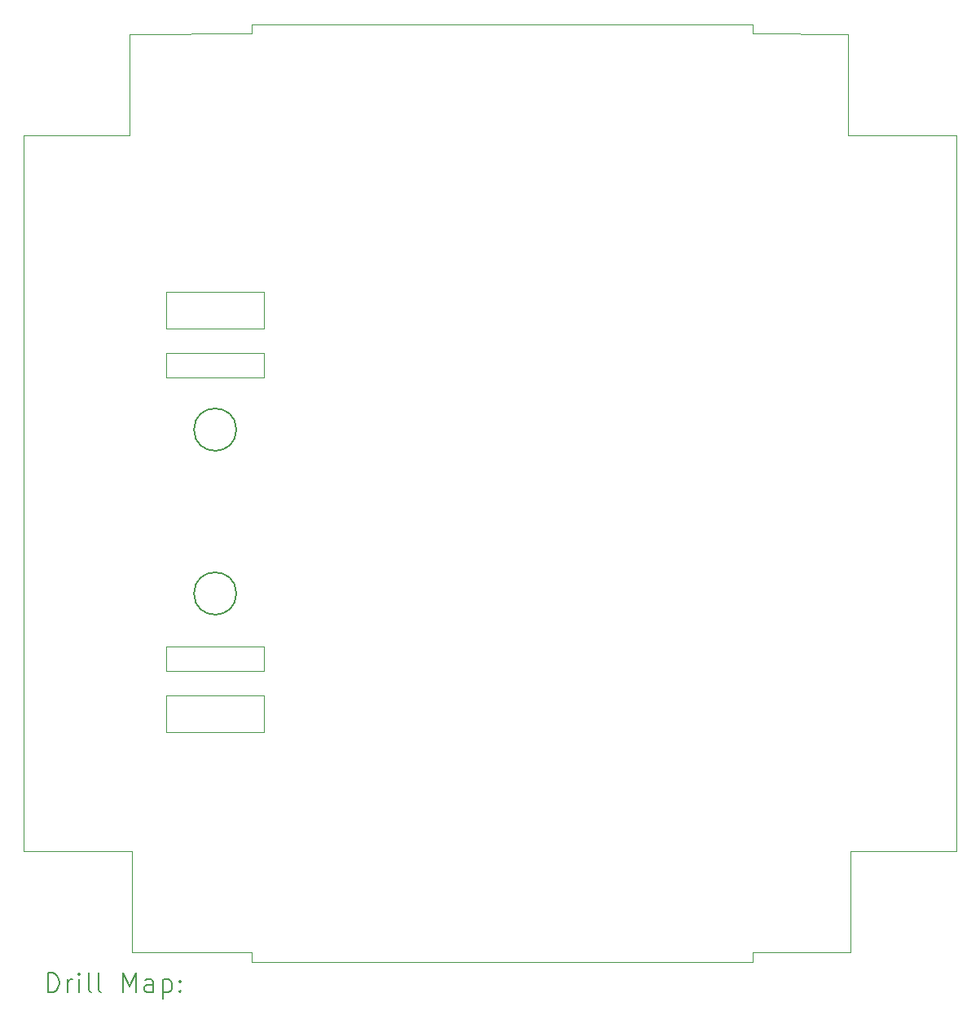
<source format=gbr>
%FSLAX45Y45*%
G04 Gerber Fmt 4.5, Leading zero omitted, Abs format (unit mm)*
G04 Created by KiCad (PCBNEW (6.0.5)) date 2022-07-09 16:10:12*
%MOMM*%
%LPD*%
G01*
G04 APERTURE LIST*
%TA.AperFunction,Profile*%
%ADD10C,0.050000*%
%TD*%
%TA.AperFunction,Profile*%
%ADD11C,0.150000*%
%TD*%
%ADD12C,0.200000*%
G04 APERTURE END LIST*
D10*
X11084560Y-14224000D02*
X12319000Y-14226800D01*
X17526000Y-4587000D02*
X17526000Y-4687000D01*
X12319000Y-4587000D02*
X17526000Y-4587000D01*
X12319000Y-14326800D02*
X12319000Y-14226800D01*
X17526000Y-14226800D02*
X18542000Y-14226800D01*
X17526000Y-14326800D02*
X12319000Y-14326800D01*
X17526000Y-14226800D02*
X17526000Y-14326800D01*
X17526000Y-4687000D02*
X18511520Y-4688840D01*
X11049000Y-4691120D02*
X12319000Y-4687000D01*
X18542000Y-13175240D02*
X19643800Y-13175240D01*
X12319000Y-4687000D02*
X12319000Y-4587000D01*
X19638920Y-5740400D02*
X19643800Y-13175240D01*
X9947200Y-5742680D02*
X9947000Y-13172440D01*
X12446000Y-11938000D02*
X12446000Y-11557000D01*
X11430000Y-7747000D02*
X12446000Y-7747000D01*
X12446000Y-8255000D02*
X12446000Y-8001000D01*
X12446000Y-8001000D02*
X11430000Y-8001000D01*
X12446000Y-11303000D02*
X11430000Y-11303000D01*
X11430000Y-8001000D02*
X11430000Y-8255000D01*
X11430000Y-11557000D02*
X11430000Y-11938000D01*
X11430000Y-11938000D02*
X12446000Y-11938000D01*
X11430000Y-7366000D02*
X11430000Y-7747000D01*
X11430000Y-8255000D02*
X12446000Y-8255000D01*
X11430000Y-11303000D02*
X11430000Y-11049000D01*
X12446000Y-11049000D02*
X12446000Y-11303000D01*
X12446000Y-7366000D02*
X11430000Y-7366000D01*
X11430000Y-11049000D02*
X12446000Y-11049000D01*
X12446000Y-7747000D02*
X12446000Y-7366000D01*
X12446000Y-11557000D02*
X11430000Y-11557000D01*
D11*
X12158000Y-10498800D02*
G75*
G03*
X12158000Y-10498800I-220000J0D01*
G01*
D10*
X11074400Y-13172440D02*
X9947000Y-13172440D01*
X11074400Y-14224000D02*
X11084560Y-14224000D01*
X18511520Y-5740400D02*
X18511520Y-4688840D01*
X18511520Y-5740400D02*
X19638920Y-5740400D01*
X11049000Y-5742680D02*
X9947200Y-5742680D01*
X11049000Y-5742680D02*
X11049000Y-4691120D01*
X11074400Y-14224000D02*
X11074400Y-13172440D01*
X18542000Y-14226800D02*
X18542000Y-13175240D01*
D11*
X12158000Y-8797000D02*
G75*
G03*
X12158000Y-8797000I-220000J0D01*
G01*
D12*
X10202119Y-14639776D02*
X10202119Y-14439776D01*
X10249738Y-14439776D01*
X10278310Y-14449300D01*
X10297357Y-14468348D01*
X10306881Y-14487395D01*
X10316405Y-14525490D01*
X10316405Y-14554062D01*
X10306881Y-14592157D01*
X10297357Y-14611205D01*
X10278310Y-14630252D01*
X10249738Y-14639776D01*
X10202119Y-14639776D01*
X10402119Y-14639776D02*
X10402119Y-14506443D01*
X10402119Y-14544538D02*
X10411643Y-14525490D01*
X10421167Y-14515967D01*
X10440214Y-14506443D01*
X10459262Y-14506443D01*
X10525929Y-14639776D02*
X10525929Y-14506443D01*
X10525929Y-14439776D02*
X10516405Y-14449300D01*
X10525929Y-14458824D01*
X10535452Y-14449300D01*
X10525929Y-14439776D01*
X10525929Y-14458824D01*
X10649738Y-14639776D02*
X10630690Y-14630252D01*
X10621167Y-14611205D01*
X10621167Y-14439776D01*
X10754500Y-14639776D02*
X10735452Y-14630252D01*
X10725929Y-14611205D01*
X10725929Y-14439776D01*
X10983071Y-14639776D02*
X10983071Y-14439776D01*
X11049738Y-14582633D01*
X11116405Y-14439776D01*
X11116405Y-14639776D01*
X11297357Y-14639776D02*
X11297357Y-14535014D01*
X11287833Y-14515967D01*
X11268786Y-14506443D01*
X11230690Y-14506443D01*
X11211643Y-14515967D01*
X11297357Y-14630252D02*
X11278309Y-14639776D01*
X11230690Y-14639776D01*
X11211643Y-14630252D01*
X11202119Y-14611205D01*
X11202119Y-14592157D01*
X11211643Y-14573109D01*
X11230690Y-14563586D01*
X11278309Y-14563586D01*
X11297357Y-14554062D01*
X11392595Y-14506443D02*
X11392595Y-14706443D01*
X11392595Y-14515967D02*
X11411643Y-14506443D01*
X11449738Y-14506443D01*
X11468786Y-14515967D01*
X11478309Y-14525490D01*
X11487833Y-14544538D01*
X11487833Y-14601681D01*
X11478309Y-14620728D01*
X11468786Y-14630252D01*
X11449738Y-14639776D01*
X11411643Y-14639776D01*
X11392595Y-14630252D01*
X11573548Y-14620728D02*
X11583071Y-14630252D01*
X11573548Y-14639776D01*
X11564024Y-14630252D01*
X11573548Y-14620728D01*
X11573548Y-14639776D01*
X11573548Y-14515967D02*
X11583071Y-14525490D01*
X11573548Y-14535014D01*
X11564024Y-14525490D01*
X11573548Y-14515967D01*
X11573548Y-14535014D01*
M02*

</source>
